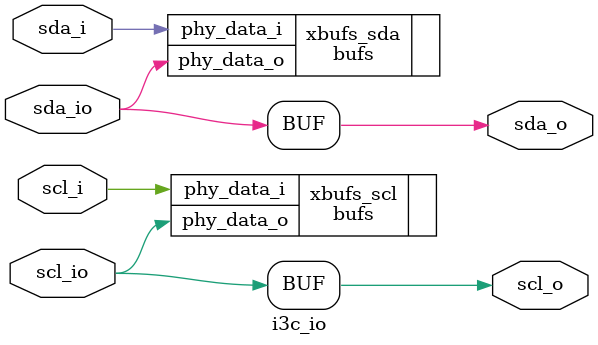
<source format=sv>

/*
  This module provides IO definition for the I3C Core.
*/

module i3c_io (

    // {SCL, SDA} from the controller
    input logic scl_i,
    input logic sda_i,

    // {SCL, SDA} to the controller
    output logic scl_o,
    output logic sda_o,

    // Bus {SCL, SDA}
    inout wire scl_io,
    inout wire sda_io
);

  // SCL buffers
  bufs xbufs_scl (
      .phy_data_i (scl_i),
      .phy_data_o(scl_io)
  );

  // SDA buffers
  bufs xbufs_sda (
      .phy_data_i (sda_i),
      .phy_data_o(sda_io)
  );

  // Bus state is read to provide feedback to the controller
  // Used to resolve bus arbitration and detect bus error conditions
  assign scl_o = scl_io;
  assign sda_o = sda_io;

endmodule

</source>
